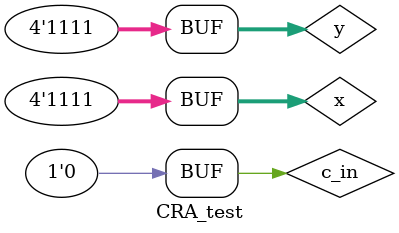
<source format=v>
`timescale 1ns / 1ps


module CRA_test;

	// Inputs
	reg [3:0] x;
	reg [3:0] y;
	reg c_in;

	// Outputs
	wire c_out;
	wire [3:0] sum;

	// Instantiate the Unit Under Test (UUT)
	CRA uut (
		.c_out(c_out), 
		.sum(sum), 
		.x(x), 
		.y(y), 
		.c_in(c_in)
	);

	initial begin
		// Initialize Inputs
		x = 4'b0000;
		y = 4'b0000;
		c_in = 0;
		// Wait 100 ns for global reset to finish
		#3.5;
      repeat(15)
		begin
		y = 4'b0000;
		repeat(15)
		begin
		#3.5;
		y = y + 4'b0001;
		end
		#3.5;
		x = x+4'b0001;
		end
		// Add stimulus here

	end
      
endmodule


</source>
